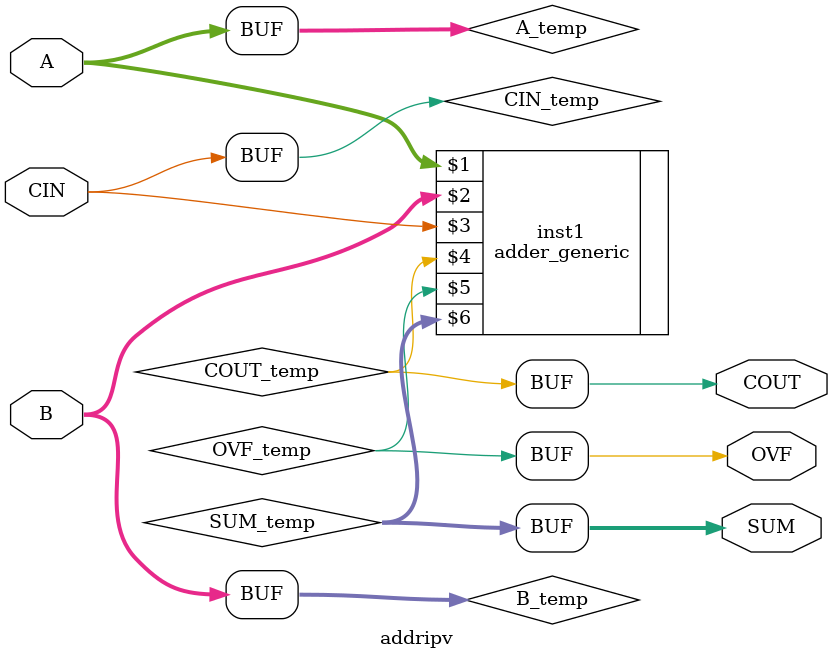
<source format=v>
module addripv(A,B,CIN,COUT,OVF,SUM);
  parameter N = 8;
  parameter DPFLAG = 1;
  parameter GROUP = "dpath1";
  parameter
        d_A = 0,
        d_B = 0,
        d_CIN_r = 0,
        d_CIN_f = 0,
        d_COUT_r = 1,
        d_COUT_f = 1,
        d_OVF_r = 1,
        d_OVF_f = 1,
        d_SUM = 1;
  input [(N - 1):0] A;
  input [(N - 1):0] B;
  input  CIN;
  output  COUT;
  output  OVF;
  output [(N - 1):0] SUM;
  wire [(N - 1):0] A_temp;
  wire [(N - 1):0] B_temp;
  wire  CIN_temp;
  wire  COUT_temp;
  wire  OVF_temp;
  wire [(N - 1):0] SUM_temp;
  assign #(d_A) A_temp = A;
  assign #(d_B) B_temp = B;
  assign #(d_CIN_r,d_CIN_f) CIN_temp = CIN;
  assign #(d_COUT_r,d_COUT_f) COUT = COUT_temp;
  assign #(d_OVF_r,d_OVF_f) OVF = OVF_temp;
  assign #(d_SUM) SUM = SUM_temp;
  adder_generic #(N) inst1 (A_temp,B_temp,CIN_temp,COUT_temp,OVF_temp,SUM_temp);
endmodule

</source>
